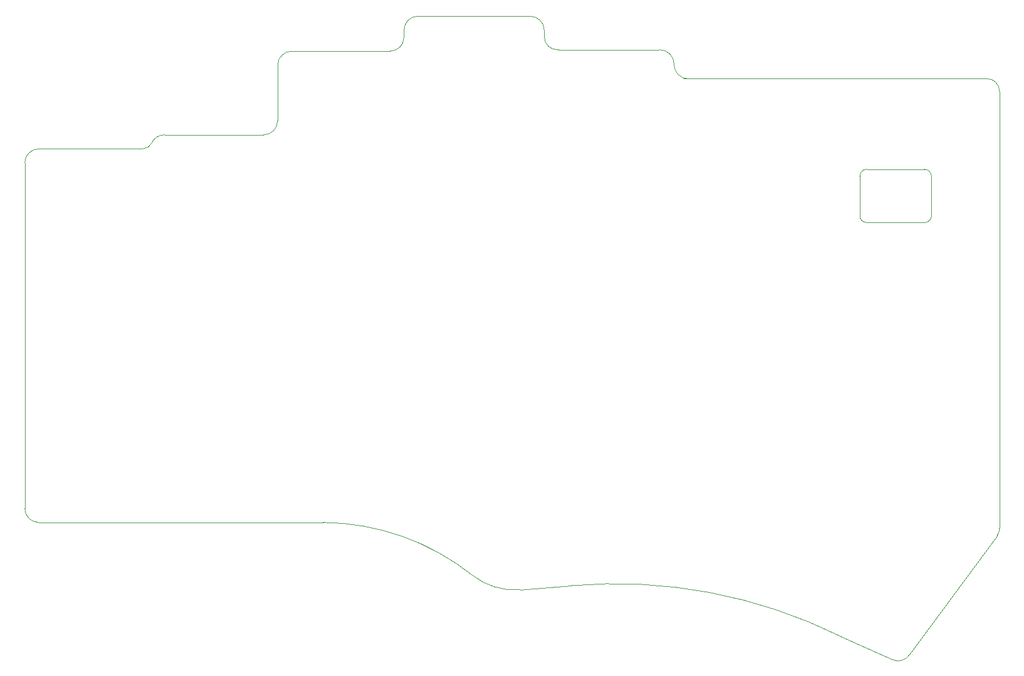
<source format=gm1>
%TF.GenerationSoftware,KiCad,Pcbnew,(6.0.5)*%
%TF.CreationDate,2022-07-18T13:28:33+02:00*%
%TF.ProjectId,cantorplus,63616e74-6f72-4706-9c75-732e6b696361,rev1.0*%
%TF.SameCoordinates,Original*%
%TF.FileFunction,Profile,NP*%
%FSLAX46Y46*%
G04 Gerber Fmt 4.6, Leading zero omitted, Abs format (unit mm)*
G04 Created by KiCad (PCBNEW (6.0.5)) date 2022-07-18 13:28:33*
%MOMM*%
%LPD*%
G01*
G04 APERTURE LIST*
%TA.AperFunction,Profile*%
%ADD10C,0.100000*%
%TD*%
G04 APERTURE END LIST*
D10*
X156437272Y-48283128D02*
G75*
G03*
X154437303Y-46283128I-1999972J28D01*
G01*
X182900000Y-69900000D02*
X182900000Y-64300000D01*
X202800000Y-52200000D02*
G75*
G03*
X201000000Y-50400000I-1800000J0D01*
G01*
X156458035Y-48407165D02*
G75*
G03*
X158457998Y-50407165I1999965J-35D01*
G01*
X102019315Y-46484415D02*
G75*
G03*
X100019315Y-48484390I-15J-1999985D01*
G01*
X80808320Y-60387119D02*
G75*
G03*
X82074370Y-59589526I380J1403019D01*
G01*
X66000000Y-113600000D02*
X106500000Y-113600000D01*
X189949999Y-132449999D02*
X202434044Y-115487896D01*
X127749986Y-121125018D02*
G75*
G03*
X134500000Y-123175000I5985314J7570018D01*
G01*
X83910142Y-58402211D02*
G75*
G03*
X82074370Y-59589526I-86642J-1878889D01*
G01*
X119997224Y-41493324D02*
G75*
G03*
X117997224Y-43493347I-24J-1999976D01*
G01*
X192100000Y-70900000D02*
X183900000Y-70900000D01*
X201000000Y-50400000D02*
X157750002Y-50399998D01*
X183900000Y-63300000D02*
G75*
G03*
X182900000Y-64300000I0J-1000000D01*
G01*
X117996865Y-43515592D02*
X117996865Y-44515592D01*
X137971841Y-44472851D02*
X137971841Y-43472851D01*
X192100000Y-70900000D02*
G75*
G03*
X193100000Y-69900000I0J1000000D01*
G01*
X193092893Y-64300000D02*
X193100000Y-69900000D01*
X202434044Y-115487896D02*
G75*
G03*
X202800000Y-114400000I-1434044J1087896D01*
G01*
X100019315Y-48484390D02*
X100000000Y-56402220D01*
X80808320Y-60387137D02*
X66000000Y-60400000D01*
X137968920Y-43506980D02*
G75*
G03*
X135968914Y-41506980I-2000020J-20D01*
G01*
X116000268Y-46487768D02*
G75*
G03*
X118000268Y-44487793I32J1999968D01*
G01*
X64000000Y-111600000D02*
G75*
G03*
X66000000Y-113600000I2000000J0D01*
G01*
X202800000Y-114400000D02*
X202800000Y-113200000D01*
X141800000Y-122600001D02*
X134500000Y-123175000D01*
X180129399Y-129800000D02*
X187513868Y-133121447D01*
X137974789Y-44449811D02*
G75*
G03*
X140000000Y-46270706I1831211J11D01*
G01*
X98000000Y-58402220D02*
X83910142Y-58402220D01*
X64000000Y-62400000D02*
X64000000Y-111600000D01*
X193092900Y-64300000D02*
G75*
G03*
X192092893Y-63300000I-1000000J0D01*
G01*
X182900000Y-69900000D02*
G75*
G03*
X183900000Y-70900000I1000000J0D01*
G01*
X136000000Y-41504053D02*
X120000000Y-41504053D01*
X66000000Y-60400000D02*
G75*
G03*
X64000000Y-62400000I0J-2000000D01*
G01*
X127750001Y-121124999D02*
G75*
G03*
X106500000Y-113600001I-21522751J-27011891D01*
G01*
X183900000Y-63300000D02*
X192092893Y-63300000D01*
X116019315Y-46484390D02*
X102019315Y-46484390D01*
X202800000Y-113200000D02*
X202800000Y-52200000D01*
X98000000Y-58402200D02*
G75*
G03*
X100000000Y-56402220I0J2000000D01*
G01*
X187513868Y-133121447D02*
G75*
G03*
X189949999Y-132449999I836132J1721447D01*
G01*
X154300000Y-46270706D02*
X140000000Y-46270706D01*
X180129399Y-129800000D02*
G75*
G03*
X141800000Y-122600001I-32005469J-64758200D01*
G01*
M02*

</source>
